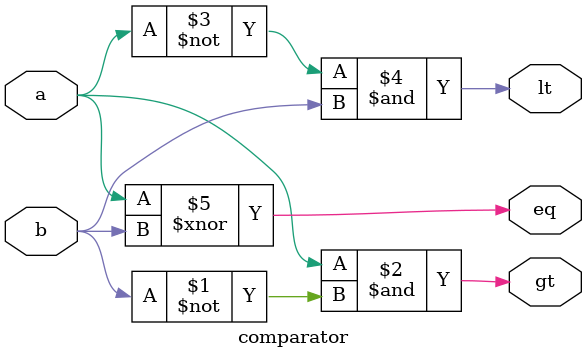
<source format=v>
`timescale 1ns / 1ps


module comparator(gt,lt,eq,a,b);
input a,b;
output gt,lt,eq;
assign gt=a&~b;
assign lt=~a&b;
assign eq=a^~b;
endmodule
</source>
